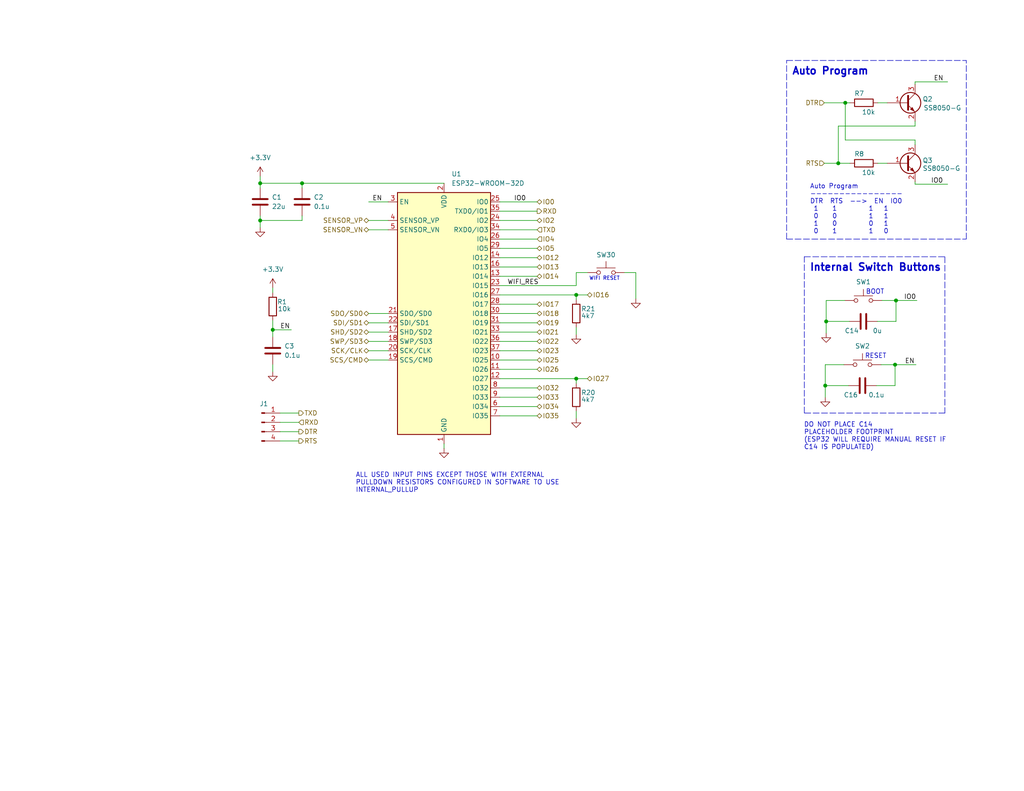
<source format=kicad_sch>
(kicad_sch (version 20211123) (generator eeschema)
  (paper "USLetter")
  (title_block (title "ESP32 WROOM Module w/ Auto Program Circuit") (date "2022-11-09") (rev "1.1"))
  (lib_symbols
    (symbol "Connector:Conn_01x04_Male" (pin_names (offset 1.016) hide)
      (property "Reference" "J" (at 0 5.08 0))
      (property "Value" "Conn_01x04_Male" (at 0 -7.62 0))
      (symbol "Conn_01x04_Male_1_1"
        (polyline (pts (xy 1.27 -5.08) (xy 0.8636 -5.08)) (stroke (width 0.1524)))
        (polyline (pts (xy 1.27 -2.54) (xy 0.8636 -2.54)) (stroke (width 0.1524)))
        (polyline (pts (xy 1.27 0) (xy 0.8636 0)) (stroke (width 0.1524)))
        (polyline (pts (xy 1.27 2.54) (xy 0.8636 2.54)) (stroke (width 0.1524)))
        (rectangle (start 0.8636 -4.953) (end 0 -5.207) (stroke (width 0.1524)) (fill (type outline)))
        (rectangle (start 0.8636 -2.413) (end 0 -2.667) (stroke (width 0.1524)) (fill (type outline)))
        (rectangle (start 0.8636 0.127) (end 0 -0.127) (stroke (width 0.1524)) (fill (type outline)))
        (rectangle (start 0.8636 2.667) (end 0 2.413) (stroke (width 0.1524)) (fill (type outline)))
        (pin passive line (at 5.08 2.54 180) (length 3.81) (name "Pin_1") (number "1"))
        (pin passive line (at 5.08 0 180) (length 3.81) (name "Pin_2") (number "2"))
        (pin passive line (at 5.08 -2.54 180) (length 3.81) (name "Pin_3") (number "3"))
        (pin passive line (at 5.08 -5.08 180) (length 3.81) (name "Pin_4") (number "4"))
      )
    )
    (symbol "Device:C" (pin_numbers hide) (pin_names (offset 0.254))
      (property "Reference" "C" (at 0.635 2.54 0))
      (property "Value" "C" (at 0.635 -2.54 0))
      (symbol "C_0_1"
        (polyline (pts (xy -2.032 -0.762) (xy 2.032 -0.762)) (stroke (width 0.508)))
        (polyline (pts (xy -2.032 0.762) (xy 2.032 0.762)) (stroke (width 0.508)))
      )
      (symbol "C_1_1"
        (pin passive line (at 0 3.81 270) (length 2.794) (name "~") (number "1"))
        (pin passive line (at 0 -3.81 90) (length 2.794) (name "~") (number "2"))
      )
    )
    (symbol "Device:Q_NPN_BEC" (pin_names (offset 0) hide)
      (property "Reference" "Q" (at 5.08 1.27 0))
      (property "Value" "Q_NPN_BEC" (at 5.08 -1.27 0))
      (symbol "Q_NPN_BEC_0_1"
        (polyline (pts (xy 0.635 0.635) (xy 2.54 2.54)))
        (polyline (pts (xy 0.635 -0.635) (xy 2.54 -2.54) (xy 2.54 -2.54)))
        (polyline (pts (xy 0.635 1.905) (xy 0.635 -1.905) (xy 0.635 -1.905)) (stroke (width 0.508)))
        (polyline (pts (xy 1.27 -1.778) (xy 1.778 -1.27) (xy 2.286 -2.286) (xy 1.27 -1.778) (xy 1.27 -1.778)) (fill (type outline)))
        (circle (center 1.27 0) (radius 2.8194) (stroke (width 0.254)))
      )
      (symbol "Q_NPN_BEC_1_1"
        (pin input line (at -5.08 0 0) (length 5.715) (name "B") (number "1"))
        (pin passive line (at 2.54 -5.08 90) (length 2.54) (name "E") (number "2"))
        (pin passive line (at 2.54 5.08 270) (length 2.54) (name "C") (number "3"))
      )
    )
    (symbol "Device:R" (pin_numbers hide) (pin_names (offset 0))
      (property "Reference" "R" (at 2.032 0 90))
      (property "Value" "R" (at 0 0 90))
      (symbol "R_0_1"
        (rectangle (start -1.016 -2.54) (end 1.016 2.54) (stroke (width 0.254)))
      )
      (symbol "R_1_1"
        (pin passive line (at 0 3.81 270) (length 1.27) (name "~") (number "1"))
        (pin passive line (at 0 -3.81 90) (length 1.27) (name "~") (number "2"))
      )
    )
    (symbol "RF_Module:ESP32-WROOM-32D"
      (property "Reference" "U" (at -12.7 34.29 0))
      (property "Value" "ESP32-WROOM-32D" (at 1.27 34.29 0))
      (symbol "ESP32-WROOM-32D_0_1"
        (rectangle (start -12.7 33.02) (end 12.7 -33.02) (stroke (width 0.254)) (fill (type background)))
      )
      (symbol "ESP32-WROOM-32D_1_1"
        (pin power_in line (at 0 -35.56 90) (length 2.54) (name "GND") (number "1"))
        (pin bidirectional line (at 15.24 -12.7 180) (length 2.54) (name "IO25") (number "10"))
        (pin bidirectional line (at 15.24 -15.24 180) (length 2.54) (name "IO26") (number "11"))
        (pin bidirectional line (at 15.24 -17.78 180) (length 2.54) (name "IO27") (number "12"))
        (pin bidirectional line (at 15.24 10.16 180) (length 2.54) (name "IO14") (number "13"))
        (pin bidirectional line (at 15.24 15.24 180) (length 2.54) (name "IO12") (number "14"))
        (pin passive line (at 0 -35.56 90) (length 2.54) hide (name "GND") (number "15"))
        (pin bidirectional line (at 15.24 12.7 180) (length 2.54) (name "IO13") (number "16"))
        (pin bidirectional line (at -15.24 -5.08 0) (length 2.54) (name "SHD/SD2") (number "17"))
        (pin bidirectional line (at -15.24 -7.62 0) (length 2.54) (name "SWP/SD3") (number "18"))
        (pin bidirectional line (at -15.24 -12.7 0) (length 2.54) (name "SCS/CMD") (number "19"))
        (pin power_in line (at 0 35.56 270) (length 2.54) (name "VDD") (number "2"))
        (pin bidirectional line (at -15.24 -10.16 0) (length 2.54) (name "SCK/CLK") (number "20"))
        (pin bidirectional line (at -15.24 0 0) (length 2.54) (name "SDO/SD0") (number "21"))
        (pin bidirectional line (at -15.24 -2.54 0) (length 2.54) (name "SDI/SD1") (number "22"))
        (pin bidirectional line (at 15.24 7.62 180) (length 2.54) (name "IO15") (number "23"))
        (pin bidirectional line (at 15.24 25.4 180) (length 2.54) (name "IO2") (number "24"))
        (pin bidirectional line (at 15.24 30.48 180) (length 2.54) (name "IO0") (number "25"))
        (pin bidirectional line (at 15.24 20.32 180) (length 2.54) (name "IO4") (number "26"))
        (pin bidirectional line (at 15.24 5.08 180) (length 2.54) (name "IO16") (number "27"))
        (pin bidirectional line (at 15.24 2.54 180) (length 2.54) (name "IO17") (number "28"))
        (pin bidirectional line (at 15.24 17.78 180) (length 2.54) (name "IO5") (number "29"))
        (pin input line (at -15.24 30.48 0) (length 2.54) (name "EN") (number "3"))
        (pin bidirectional line (at 15.24 0 180) (length 2.54) (name "IO18") (number "30"))
        (pin bidirectional line (at 15.24 -2.54 180) (length 2.54) (name "IO19") (number "31"))
        (pin no_connect line (at -12.7 -27.94 0) (length 2.54) hide (name "NC") (number "32"))
        (pin bidirectional line (at 15.24 -5.08 180) (length 2.54) (name "IO21") (number "33"))
        (pin bidirectional line (at 15.24 22.86 180) (length 2.54) (name "RXD0/IO3") (number "34"))
        (pin bidirectional line (at 15.24 27.94 180) (length 2.54) (name "TXD0/IO1") (number "35"))
        (pin bidirectional line (at 15.24 -7.62 180) (length 2.54) (name "IO22") (number "36"))
        (pin bidirectional line (at 15.24 -10.16 180) (length 2.54) (name "IO23") (number "37"))
        (pin passive line (at 0 -35.56 90) (length 2.54) hide (name "GND") (number "38"))
        (pin passive line (at 0 -35.56 90) (length 2.54) hide (name "GND") (number "39"))
        (pin input line (at -15.24 25.4 0) (length 2.54) (name "SENSOR_VP") (number "4"))
        (pin input line (at -15.24 22.86 0) (length 2.54) (name "SENSOR_VN") (number "5"))
        (pin input line (at 15.24 -25.4 180) (length 2.54) (name "IO34") (number "6"))
        (pin input line (at 15.24 -27.94 180) (length 2.54) (name "IO35") (number "7"))
        (pin bidirectional line (at 15.24 -20.32 180) (length 2.54) (name "IO32") (number "8"))
        (pin bidirectional line (at 15.24 -22.86 180) (length 2.54) (name "IO33") (number "9"))
      )
    )
    (symbol "Switch:SW_Push" (pin_numbers hide) (pin_names (offset 1.016) hide)
      (property "Reference" "SW" (at 1.27 2.54 0))
      (property "Value" "SW_Push" (at 0 -1.524 0))
      (symbol "SW_Push_0_1"
        (circle (center -2.032 0) (radius 0.508))
        (polyline (pts (xy 0 1.27) (xy 0 3.048)))
        (polyline (pts (xy 2.54 1.27) (xy -2.54 1.27)))
        (circle (center 2.032 0) (radius 0.508))
        (pin passive line (at -5.08 0 0) (length 2.54) (name "1") (number "1"))
        (pin passive line (at 5.08 0 180) (length 2.54) (name "2") (number "2"))
      )
    )
    (symbol "power:+3.3V" (power) (pin_names (offset 0))
      (property "Value" "+3.3V" (at 0 3.556 0))
      (symbol "+3.3V_0_1"
        (polyline (pts (xy -0.762 1.27) (xy 0 2.54)))
        (polyline (pts (xy 0 0) (xy 0 2.54)))
        (polyline (pts (xy 0 2.54) (xy 0.762 1.27)))
      )
      (symbol "+3.3V_1_1"
        (pin power_in line (at 0 0 90) (length 0) hide (name "+3.3V") (number "1"))
      )
    )
    (symbol "power:GND" (power) (pin_names (offset 0))
      (property "Value" "GND" (at 0 -3.81 0))
      (symbol "GND_0_1"
        (polyline (pts (xy 0 0) (xy 0 -1.27) (xy 1.27 -1.27) (xy 0 -2.54) (xy -1.27 -1.27) (xy 0 -1.27)))
      )
      (symbol "GND_1_1"
        (pin power_in line (at 0 0 270) (length 0) hide (name "GND") (number "1"))
      )
    )
  )
  (junction (at 225.425 87.757))
  (junction (at 82.423 50.038))
  (junction (at 70.993 50.038))
  (junction (at 157.226 103.378))
  (junction (at 244.475 82.042))
  (junction (at 244.221 99.568))
  (junction (at 225.171 105.283))
  (junction (at 228.727 44.577))
  (junction (at 74.422 90.043))
  (junction (at 157.226 80.518))
  (junction (at 70.993 60.198))
  (junction (at 230.632 28.067))
  (wire (pts (xy 225.171 105.283) (xy 231.521 105.283)))
  (wire (pts (xy 249.682 34.417) (xy 228.727 34.417)))
  (wire (pts (xy 136.398 95.758) (xy 146.558 95.758)))
  (wire (pts (xy 157.226 74.422) (xy 160.274 74.422)))
  (wire (pts (xy 224.917 44.577) (xy 228.727 44.577)))
  (wire (pts (xy 244.475 82.042) (xy 250.19 82.042)))
  (wire (pts (xy 136.398 57.658) (xy 146.558 57.658)))
  (wire (pts (xy 136.398 55.118) (xy 146.558 55.118)))
  (polyline (pts (xy 214.63 65.278) (xy 263.652 65.278)))
  (wire (pts (xy 239.395 87.757) (xy 244.475 87.757)))
  (wire (pts (xy 228.727 44.577) (xy 231.902 44.577)))
  (wire (pts (xy 225.425 87.757) (xy 225.425 90.932)))
  (wire (pts (xy 136.398 105.918) (xy 146.558 105.918)))
  (wire (pts (xy 173.482 74.422) (xy 173.482 81.534)))
  (wire (pts (xy 105.918 95.758) (xy 100.584 95.758)))
  (wire (pts (xy 157.226 112.268) (xy 157.226 114.173)))
  (polyline (pts (xy 219.456 112.776) (xy 219.456 70.104)))
  (wire (pts (xy 225.425 82.042) (xy 225.425 87.757)))
  (wire (pts (xy 70.993 58.928) (xy 70.993 60.198)))
  (wire (pts (xy 225.425 87.757) (xy 231.775 87.757)))
  (wire (pts (xy 249.682 22.987) (xy 249.682 22.352)))
  (wire (pts (xy 249.682 50.292) (xy 258.572 50.292)))
  (wire (pts (xy 74.422 90.043) (xy 74.422 91.948)))
  (wire (pts (xy 136.398 113.538) (xy 146.558 113.538)))
  (wire (pts (xy 121.158 121.158) (xy 121.158 122.428)))
  (wire (pts (xy 70.993 60.198) (xy 70.993 62.103)))
  (wire (pts (xy 136.398 65.278) (xy 146.558 65.278)))
  (wire (pts (xy 136.398 77.978) (xy 157.226 77.978)))
  (wire (pts (xy 76.454 112.776) (xy 81.534 112.776)))
  (wire (pts (xy 239.522 28.067) (xy 242.062 28.067)))
  (wire (pts (xy 82.423 50.038) (xy 121.158 50.038)))
  (wire (pts (xy 230.632 28.067) (xy 231.902 28.067)))
  (wire (pts (xy 230.505 82.042) (xy 225.425 82.042)))
  (polyline (pts (xy 257.81 112.776) (xy 219.456 112.776)))
  (wire (pts (xy 224.917 28.067) (xy 230.632 28.067)))
  (wire (pts (xy 240.411 99.568) (xy 244.221 99.568)))
  (wire (pts (xy 76.454 117.856) (xy 81.534 117.856)))
  (wire (pts (xy 157.226 89.408) (xy 157.226 91.313)))
  (wire (pts (xy 157.226 103.378) (xy 157.226 104.648)))
  (polyline (pts (xy 214.63 16.51) (xy 263.652 16.51)))
  (wire (pts (xy 136.398 72.898) (xy 146.558 72.898)))
  (wire (pts (xy 136.398 90.678) (xy 146.558 90.678)))
  (wire (pts (xy 225.171 99.568) (xy 225.171 105.283)))
  (wire (pts (xy 74.422 99.568) (xy 74.422 101.473)))
  (wire (pts (xy 136.398 75.438) (xy 146.558 75.438)))
  (wire (pts (xy 105.918 88.138) (xy 100.584 88.138)))
  (wire (pts (xy 249.682 49.657) (xy 249.682 50.292)))
  (wire (pts (xy 136.398 88.138) (xy 146.558 88.138)))
  (wire (pts (xy 157.226 77.978) (xy 157.226 74.422)))
  (wire (pts (xy 105.918 90.678) (xy 100.584 90.678)))
  (wire (pts (xy 136.398 100.838) (xy 146.558 100.838)))
  (wire (pts (xy 136.398 108.458) (xy 146.558 108.458)))
  (wire (pts (xy 105.918 62.738) (xy 100.584 62.738)))
  (wire (pts (xy 105.918 93.218) (xy 100.584 93.218)))
  (wire (pts (xy 74.422 87.503) (xy 74.422 90.043)))
  (wire (pts (xy 76.454 120.396) (xy 81.534 120.396)))
  (wire (pts (xy 228.727 34.417) (xy 228.727 44.577)))
  (wire (pts (xy 70.993 51.308) (xy 70.993 50.038)))
  (wire (pts (xy 244.475 87.757) (xy 244.475 82.042)))
  (polyline (pts (xy 219.456 70.104) (xy 257.81 70.104)))
  (wire (pts (xy 249.682 38.227) (xy 230.632 38.227)))
  (wire (pts (xy 74.422 90.043) (xy 79.502 90.043)))
  (wire (pts (xy 230.632 28.067) (xy 230.632 38.227)))
  (wire (pts (xy 136.398 70.358) (xy 146.558 70.358)))
  (wire (pts (xy 70.993 48.133) (xy 70.993 50.038)))
  (wire (pts (xy 225.171 105.283) (xy 225.171 108.458)))
  (wire (pts (xy 136.398 67.818) (xy 146.558 67.818)))
  (wire (pts (xy 100.584 55.118) (xy 105.918 55.118)))
  (wire (pts (xy 136.398 83.058) (xy 146.558 83.058)))
  (wire (pts (xy 82.423 60.198) (xy 82.423 58.928)))
  (wire (pts (xy 170.434 74.422) (xy 173.482 74.422)))
  (wire (pts (xy 136.398 93.218) (xy 146.558 93.218)))
  (wire (pts (xy 105.918 85.598) (xy 100.584 85.598)))
  (wire (pts (xy 157.226 103.378) (xy 160.274 103.378)))
  (wire (pts (xy 136.398 80.518) (xy 157.226 80.518)))
  (wire (pts (xy 76.454 115.316) (xy 81.534 115.316)))
  (wire (pts (xy 74.422 78.613) (xy 74.422 79.883)))
  (wire (pts (xy 136.398 103.378) (xy 157.226 103.378)))
  (wire (pts (xy 244.221 99.568) (xy 249.936 99.568)))
  (wire (pts (xy 240.665 82.042) (xy 244.475 82.042)))
  (polyline (pts (xy 257.81 70.104) (xy 257.81 112.776)))
  (wire (pts (xy 157.226 80.518) (xy 160.274 80.518)))
  (polyline (pts (xy 263.652 65.278) (xy 263.652 16.51)))
  (polyline (pts (xy 214.63 65.278) (xy 214.63 16.51)))
  (wire (pts (xy 157.226 80.518) (xy 157.226 81.788)))
  (wire (pts (xy 70.993 50.038) (xy 82.423 50.038)))
  (wire (pts (xy 249.682 33.147) (xy 249.682 34.417)))
  (wire (pts (xy 249.682 22.352) (xy 258.572 22.352)))
  (wire (pts (xy 230.251 99.568) (xy 225.171 99.568)))
  (wire (pts (xy 136.398 85.598) (xy 146.558 85.598)))
  (wire (pts (xy 244.221 105.283) (xy 244.221 99.568)))
  (wire (pts (xy 136.398 60.198) (xy 146.558 60.198)))
  (wire (pts (xy 100.584 60.198) (xy 105.918 60.198)))
  (wire (pts (xy 105.918 98.298) (xy 100.584 98.298)))
  (wire (pts (xy 82.423 50.038) (xy 82.423 51.308)))
  (wire (pts (xy 136.398 110.998) (xy 146.558 110.998)))
  (wire (pts (xy 249.682 39.497) (xy 249.682 38.227)))
  (wire (pts (xy 70.993 60.198) (xy 82.423 60.198)))
  (wire (pts (xy 239.141 105.283) (xy 244.221 105.283)))
  (wire (pts (xy 239.522 44.577) (xy 242.062 44.577)))
  (wire (pts (xy 136.398 98.298) (xy 146.558 98.298)))
  (wire (pts (xy 136.398 62.738) (xy 146.558 62.738)))
  (text "Internal Switch Buttons" (at 220.853 74.295 0) (effects (font (size 2 2) (thickness 0.4) bold) (justify left bottom)))
  (text "BOOT" (at 236.22 80.518 0) (effects (font (size 1.27 1.27)) (justify left bottom)))
  (text "RESET" (at 235.966 98.044 0) (effects (font (size 1.27 1.27)) (justify left bottom)))
  (text "Auto Program\n----------------\nDTR  RTS  -->  EN  IO0\n 1    1         1   1\n 0    0         1   1\n 1    0         0   1\n 0    1         1   0" (at 220.98 64.008 0) (effects (font (size 1.27 1.27)) (justify left bottom)))
  (text "DO NOT PLACE C14\nPLACEHOLDER FOOTPRINT\n(ESP32 WILL REQUIRE MANUAL RESET IF \nC14 IS POPULATED)" (at 219.329 122.936 0) (effects (font (size 1.27 1.27)) (justify left bottom)))
  (text "ALL USED INPUT PINS EXCEPT THOSE WITH EXTERNAL\nPULLDOWN RESISTORS CONFIGURED IN SOFTWARE TO USE\nINTERNAL_PULLUP" (at 97.028 134.62 0) (effects (font (size 1.27 1.27)) (justify left bottom)))
  (text "Auto Program" (at 216.027 20.701 0) (effects (font (size 2 2) (thickness 0.4) bold) (justify left bottom)))
  (text "WIFI RESET" (at 169.164 76.708 180) (effects (font (size 1 1)) (justify right bottom)))
  (label "IO0" (at 140.208 55.118 0))
  (label "EN" (at 254.762 22.352 0))
  (label "EN" (at 76.454 90.043 0))
  (label "WIFI_RES" (at 138.43 77.978 0))
  (label "EN" (at 246.888 99.568 0))
  (label "IO0" (at 254 50.292 0))
  (label "EN" (at 101.6 55.118 0))
  (label "IO0" (at 246.634 82.042 0))
  (hierarchical_label "IO35" (shape bidirectional) (at 146.558 113.538 0))
  (hierarchical_label "IO2" (shape bidirectional) (at 146.558 60.198 0))
  (hierarchical_label "IO25" (shape bidirectional) (at 146.558 98.298 0))
  (hierarchical_label "RTS" (shape input) (at 224.917 44.577 180))
  (hierarchical_label "IO16" (shape bidirectional) (at 160.274 80.518 0))
  (hierarchical_label "IO22" (shape bidirectional) (at 146.558 93.218 0))
  (hierarchical_label "TXD" (shape output) (at 81.534 112.776 0))
  (hierarchical_label "IO27" (shape bidirectional) (at 160.274 103.378 0))
  (hierarchical_label "IO23" (shape bidirectional) (at 146.558 95.758 0))
  (hierarchical_label "SDI{slash}SD1" (shape bidirectional) (at 100.584 88.138 180))
  (hierarchical_label "SDO{slash}SD0" (shape bidirectional) (at 100.584 85.598 180))
  (hierarchical_label "IO4" (shape input) (at 146.558 65.278 0))
  (hierarchical_label "TXD" (shape input) (at 146.558 62.738 0))
  (hierarchical_label "SENSOR_VP" (shape bidirectional) (at 100.584 60.198 180))
  (hierarchical_label "IO34" (shape bidirectional) (at 146.558 110.998 0))
  (hierarchical_label "IO17" (shape bidirectional) (at 146.558 83.058 0))
  (hierarchical_label "RXD" (shape input) (at 81.534 115.316 0))
  (hierarchical_label "DTR" (shape output) (at 81.534 117.856 0))
  (hierarchical_label "IO21" (shape bidirectional) (at 146.558 90.678 0))
  (hierarchical_label "IO12" (shape bidirectional) (at 146.558 70.358 0))
  (hierarchical_label "SCS{slash}CMD" (shape bidirectional) (at 100.584 98.298 180))
  (hierarchical_label "IO32" (shape bidirectional) (at 146.558 105.918 0))
  (hierarchical_label "RXD" (shape output) (at 146.558 57.658 0))
  (hierarchical_label "IO13" (shape bidirectional) (at 146.558 72.898 0))
  (hierarchical_label "RTS" (shape output) (at 81.534 120.396 0))
  (hierarchical_label "IO5" (shape bidirectional) (at 146.558 67.818 0))
  (hierarchical_label "IO33" (shape bidirectional) (at 146.558 108.458 0))
  (hierarchical_label "SCK{slash}CLK" (shape bidirectional) (at 100.584 95.758 180))
  (hierarchical_label "SENSOR_VN" (shape bidirectional) (at 100.584 62.738 180))
  (hierarchical_label "IO19" (shape bidirectional) (at 146.558 88.138 0))
  (hierarchical_label "DTR" (shape input) (at 224.917 28.067 180))
  (hierarchical_label "SHD{slash}SD2" (shape bidirectional) (at 100.584 90.678 180))
  (hierarchical_label "IO14" (shape bidirectional) (at 146.558 75.438 0))
  (hierarchical_label "IO0" (shape bidirectional) (at 146.558 55.118 0))
  (hierarchical_label "IO18" (shape bidirectional) (at 146.558 85.598 0))
  (hierarchical_label "SWP{slash}SD3" (shape bidirectional) (at 100.584 93.218 180))
  (hierarchical_label "IO26" (shape bidirectional) (at 146.558 100.838 0))
  (symbol (lib_id "power:+3.3V") (at 70.993 48.133 0) (unit 1)
    (property "Reference" "#PWR0113" (effects hide))
    (property "Value" "+3.3V" (at 70.993 43.053 0))
  )
  (symbol (lib_id "Device:C") (at 235.585 87.757 90) (unit 1)
    (property "Reference" "C14" (at 232.41 90.297 90))
    (property "Value" "0u" (at 239.395 90.297 90))
    (property "Footprint" "Capacitor_SMD:C_0603_1608Metric" (effects hide))
  )
  (symbol (lib_id "Device:R") (at 157.226 108.458 0) (unit 1)
    (property "Reference" "R20" (at 160.528 107.188 0))
    (property "Value" "4k7" (at 160.401 109.093 0))
    (property "Footprint" "Resistor_SMD:R_0603_1608Metric" (effects hide))
  )
  (symbol (lib_id "RF_Module:ESP32-WROOM-32D") (at 121.158 85.598 0) (unit 1)
    (property "Reference" "U1" (at 123.1774 47.498 0) (effects (justify left)))
    (property "Value" "ESP32-WROOM-32D" (at 123.1774 50.038 0) (effects (justify left)))
    (property "Footprint" "RF_Module:ESP32-WROOM-32" (effects hide))
    (property "Datasheet" "https://www.espressif.com/sites/default/files/documentation/esp32-wroom-32d_esp32-wroom-32u_datasheet_en.pdf" (effects hide))
    (property "MFG" "Espressif" (effects hide))
    (property "P/N" "ESP32 WROOM 32D" (effects hide))
  )
  (symbol (lib_id "Switch:SW_Push") (at 235.585 82.042 0) (unit 1)
    (property "Reference" "SW1" (at 235.585 76.962 0))
    (property "Value" "SW_Push" (effects hide))
    (property "Footprint" "Button_Switch_SMD:SW_SPST_B3U-1000P" (effects hide))
    (property "MFG" "OMRON" (effects hide))
    (property "P/N" "B3U-1000P" (effects hide))
  )
  (symbol (lib_id "Device:C") (at 70.993 55.118 0) (unit 1)
    (property "Reference" "C1" (at 74.168 53.8479 0) (effects (justify left)))
    (property "Value" "22u" (at 74.168 56.3879 0) (effects (justify left)))
    (property "Footprint" "Capacitor_SMD:C_0805_2012Metric" (effects hide))
  )
  (symbol (lib_id "Device:R") (at 74.422 83.693 0) (unit 1)
    (property "Reference" "R1" (at 76.962 82.423 0))
    (property "Value" "10k" (at 77.597 84.328 0))
    (property "Footprint" "Resistor_SMD:R_0603_1608Metric" (effects hide))
  )
  (symbol (lib_id "power:GND") (at 74.422 101.473 0) (unit 1)
    (property "Reference" "#PWR0114" (effects hide))
    (property "Value" "GND" (effects hide))
  )
  (symbol (lib_id "Device:C") (at 82.423 55.118 0) (unit 1)
    (property "Reference" "C2" (at 85.598 53.8479 0) (effects (justify left)))
    (property "Value" "0.1u" (at 85.598 56.3879 0) (effects (justify left)))
    (property "Footprint" "Capacitor_SMD:C_0603_1608Metric" (effects hide))
  )
  (symbol (lib_id "power:GND") (at 173.482 81.534 0) (unit 1)
    (property "Reference" "#PWR01" (effects hide))
    (property "Value" "GND" (effects hide))
  )
  (symbol (lib_id "power:+3.3V") (at 74.422 78.613 0) (unit 1)
    (property "Reference" "#PWR0115" (effects hide))
    (property "Value" "+3.3V" (at 74.422 73.533 0))
  )
  (symbol (lib_id "Switch:SW_Push") (at 235.331 99.568 0) (unit 1)
    (property "Reference" "SW2" (at 235.331 94.488 0))
    (property "Value" "SW_Push" (effects hide))
    (property "Footprint" "Button_Switch_SMD:SW_SPST_B3U-1000P" (effects hide))
    (property "MFG" "OMRON" (effects hide))
    (property "P/N" "B3U-1000P" (effects hide))
  )
  (symbol (lib_id "Device:C") (at 235.331 105.283 90) (unit 1)
    (property "Reference" "C16" (at 232.156 107.823 90))
    (property "Value" "0.1u" (at 239.141 107.823 90))
    (property "Footprint" "Capacitor_SMD:C_0603_1608Metric" (effects hide))
  )
  (symbol (lib_id "Device:R") (at 157.226 85.598 0) (unit 1)
    (property "Reference" "R21" (at 160.528 84.328 0))
    (property "Value" "4k7" (at 160.401 86.233 0))
    (property "Footprint" "Resistor_SMD:R_0603_1608Metric" (effects hide))
  )
  (symbol (lib_id "Device:Q_NPN_BEC") (at 247.142 28.067 0) (unit 1)
    (property "Reference" "Q2" (at 251.714 27.0509 0) (effects (justify left)))
    (property "Value" "SS8050-G" (at 251.968 29.464 0) (effects (justify left)))
    (property "Footprint" "Package_TO_SOT_SMD:SOT-23" (effects hide))
    (property "Datasheet" "https://www.comchiptech.com/admin/files/product/SS8050-G%20RevA181526.pdf" (effects hide))
    (property "MFG" "Comchip Tech" (effects hide))
    (property "P/N" "SS8050-G" (effects hide))
  )
  (symbol (lib_id "Device:Q_NPN_BEC") (at 247.142 44.577 0) (unit 1)
    (property "Reference" "Q3" (at 251.714 43.8149 0) (effects (justify left)))
    (property "Value" "SS8050-G" (at 251.714 45.974 0) (effects (justify left)))
    (property "Footprint" "Package_TO_SOT_SMD:SOT-23" (effects hide))
    (property "Datasheet" "https://www.comchiptech.com/admin/files/product/SS8050-G%20RevA181526.pdf" (effects hide))
    (property "MFG" "Comchip Tech" (effects hide))
    (property "P/N" "SS8050-G" (effects hide))
  )
  (symbol (lib_id "power:GND") (at 121.158 122.428 0) (unit 1)
    (property "Reference" "#PWR0110" (effects hide))
    (property "Value" "GND" (effects hide))
  )
  (symbol (lib_id "power:GND") (at 225.171 108.458 0) (unit 1)
    (property "Reference" "#PWR0116" (effects hide))
    (property "Value" "GND" (effects hide))
  )
  (symbol (lib_id "power:GND") (at 157.226 91.313 0) (unit 1)
    (property "Reference" "#PWR02" (effects hide))
    (property "Value" "GND" (effects hide))
  )
  (symbol (lib_id "Device:R") (at 235.712 44.577 270) (unit 1)
    (property "Reference" "R8" (at 234.442 42.037 90))
    (property "Value" "10k" (at 236.982 47.117 90))
    (property "Footprint" "Resistor_SMD:R_0603_1608Metric" (effects hide))
  )
  (symbol (lib_id "Connector:Conn_01x04_Male") (at 71.374 115.316 0) (unit 1)
    (property "Reference" "J1" (at 72.009 110.236 0))
    (property "Value" "Conn_01x04_Male" (effects hide))
    (property "Footprint" "Connector_PinHeader_2.54mm:PinHeader_1x04_P2.54mm_Vertical" (effects hide))
  )
  (symbol (lib_id "power:GND") (at 225.425 90.932 0) (unit 1)
    (property "Reference" "#PWR0117" (effects hide))
    (property "Value" "GND" (effects hide))
  )
  (symbol (lib_id "power:GND") (at 70.993 62.103 0) (unit 1)
    (property "Reference" "#PWR0112" (effects hide))
    (property "Value" "GND" (effects hide))
  )
  (symbol (lib_id "Device:R") (at 235.712 28.067 90) (unit 1)
    (property "Reference" "R7" (at 234.442 25.527 90))
    (property "Value" "10k" (at 236.982 30.607 90))
    (property "Footprint" "Resistor_SMD:R_0603_1608Metric" (effects hide))
  )
  (symbol (lib_id "power:GND") (at 157.226 114.173 0) (unit 1)
    (property "Reference" "#PWR04" (effects hide))
    (property "Value" "GND" (effects hide))
  )
  (symbol (lib_id "Device:C") (at 74.422 95.758 0) (unit 1)
    (property "Reference" "C3" (at 77.597 94.4879 0) (effects (justify left)))
    (property "Value" "0.1u" (at 77.597 97.0279 0) (effects (justify left)))
    (property "Footprint" "Capacitor_SMD:C_0603_1608Metric" (effects hide))
  )
  (symbol (lib_id "Switch:SW_Push") (at 165.354 74.422 0) (unit 1)
    (property "Reference" "SW30" (at 165.354 69.596 0))
    (property "Value" "SW_Push" (effects hide))
    (property "Footprint" "Button_Switch_THT:SW_Tactile_SPST_Angled_PTS645Vx58-2LFS" (effects hide))
    (property "MFG" "C&K" (effects hide))
    (property "P/N" "PTS645VK58-2 LFS" (effects hide))
  )
)
</source>
